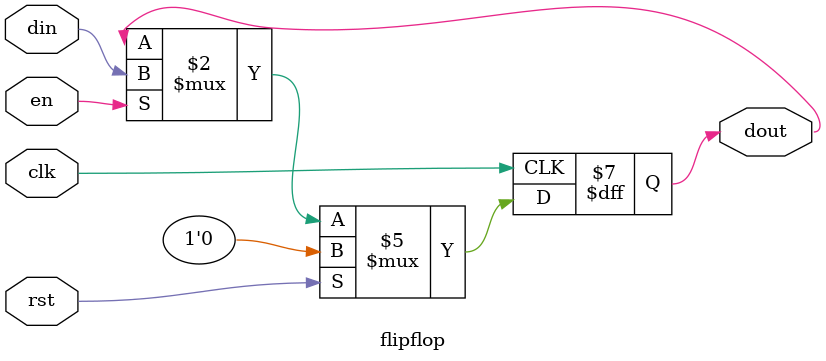
<source format=v>
module flipflop(/*AUTOARG*/
   // Outputs
   dout,
   // Inputs
   din, clk, en, rst
   );
	parameter WIDTH = 1;
	
	input [WIDTH-1:0] din;
	input clk;
	input en;
	input rst;

	output [WIDTH-1:0] dout;
	
	reg [WIDTH-1:0] dout;
	
	always @( posedge clk )
	begin
		if ( rst )
			dout <= 0;
		else if ( en )
			dout <= din;
	end
	
endmodule
// cmh

</source>
